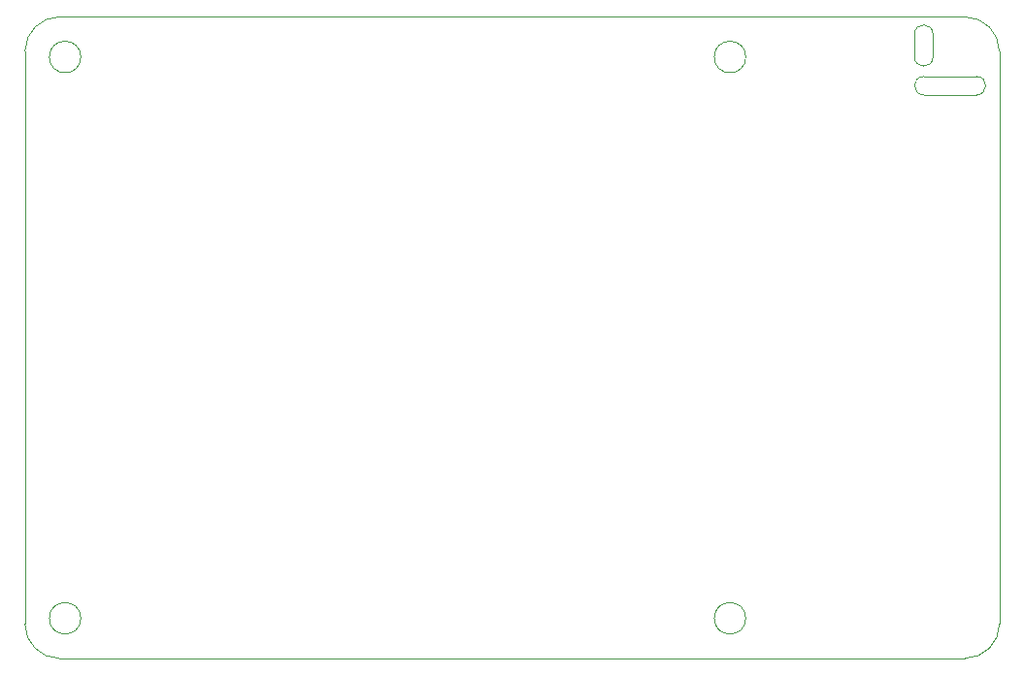
<source format=gm1>
G04*
G04 #@! TF.GenerationSoftware,Altium Limited,Altium Designer,23.9.2 (47)*
G04*
G04 Layer_Color=16711935*
%FSLAX44Y44*%
%MOMM*%
G71*
G04*
G04 #@! TF.SameCoordinates,755CF2AA-2F68-4FBA-815F-43BC2B140BDC*
G04*
G04*
G04 #@! TF.FilePolarity,Positive*
G04*
G01*
G75*
%ADD59C,0.1000*%
D59*
X850000Y530000D02*
G03*
X820000Y560000I-30000J0D01*
G01*
X628750Y525000D02*
G03*
X628750Y525000I-13750J0D01*
G01*
X48750D02*
G03*
X48750Y525000I-13750J0D01*
G01*
X628750Y35000D02*
G03*
X628750Y35000I-13750J0D01*
G01*
X48750D02*
G03*
X48750Y35000I-13750J0D01*
G01*
X820000Y0D02*
G03*
X850000Y30000I0J30000D01*
G01*
X0Y30000D02*
G03*
X30000Y-0I30000J0D01*
G01*
X30000Y560000D02*
G03*
X-0Y530000I0J-30000D01*
G01*
X792000Y545000D02*
G03*
X776000Y545000I-8000J0D01*
G01*
Y525000D02*
G03*
X792000Y525000I8000J0D01*
G01*
X830000Y492000D02*
G03*
X830000Y508000I0J8000D01*
G01*
X784000D02*
G03*
X784000Y492000I0J-8000D01*
G01*
X792004Y525000D02*
Y545000D01*
X775996Y525000D02*
Y545000D01*
X784000Y491996D02*
X830000D01*
X784000Y508004D02*
X830000D01*
X-0Y30000D02*
Y530000D01*
X30000Y560000D02*
X820000D01*
X30000Y-0D02*
X820000D01*
X850000Y30000D02*
Y530000D01*
M02*

</source>
